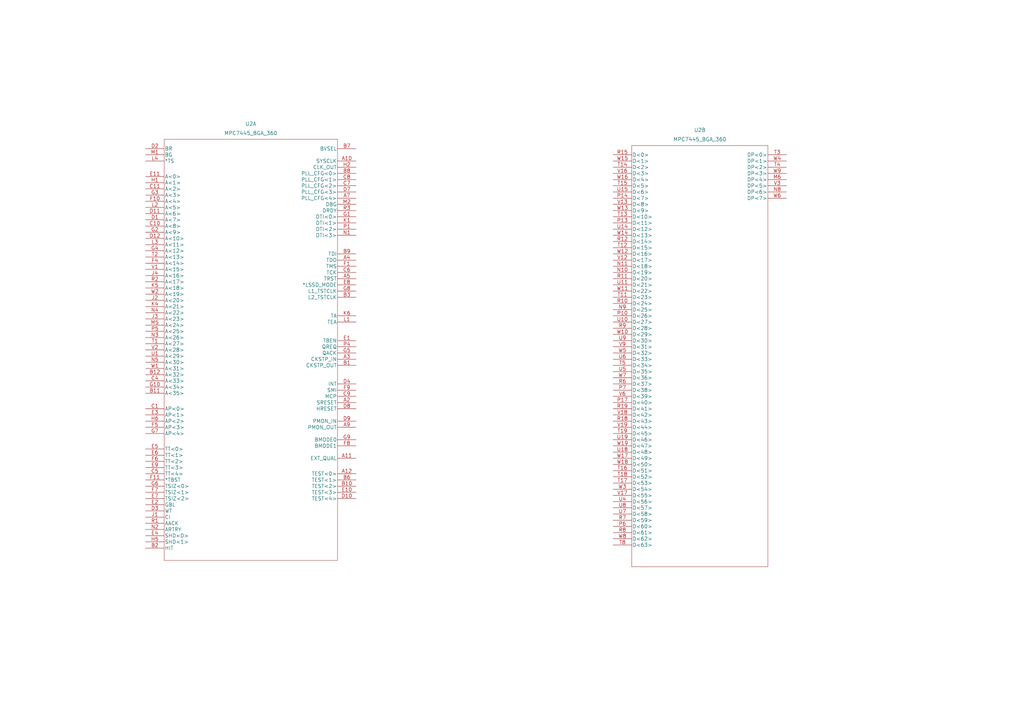
<source format=kicad_sch>
(kicad_sch (version 20211123) (generator eeschema)
  (paper "A3")
  (symbol (lib_name "MPC7445_BGA_360_1") (lib_id "cust:MPC7445_BGA_360") (at 59.69 62.23 0) (unit 1)
    (property "Reference" "U2" (at 102.87 50.8 0) (effects (font (size 1.524 1.524))))
    (property "Value" "MPC7445_BGA_360" (at 102.87 54.61 0) (effects (font (size 1.524 1.524))))
    (property "Footprint" "cust:MPC7445_BGA_360" (effects hide))
  )
  (symbol (lib_id "cust:MPC7445_BGA_360") (at 251.46 64.77 0) (unit 2)
    (property "Reference" "U2" (at 287.02 53.34 0) (effects (font (size 1.524 1.524))))
    (property "Value" "MPC7445_BGA_360" (at 287.02 57.15 0) (effects (font (size 1.524 1.524))))
    (property "Footprint" "cust:MPC7445_BGA_360" (effects hide))
  )
)
</source>
